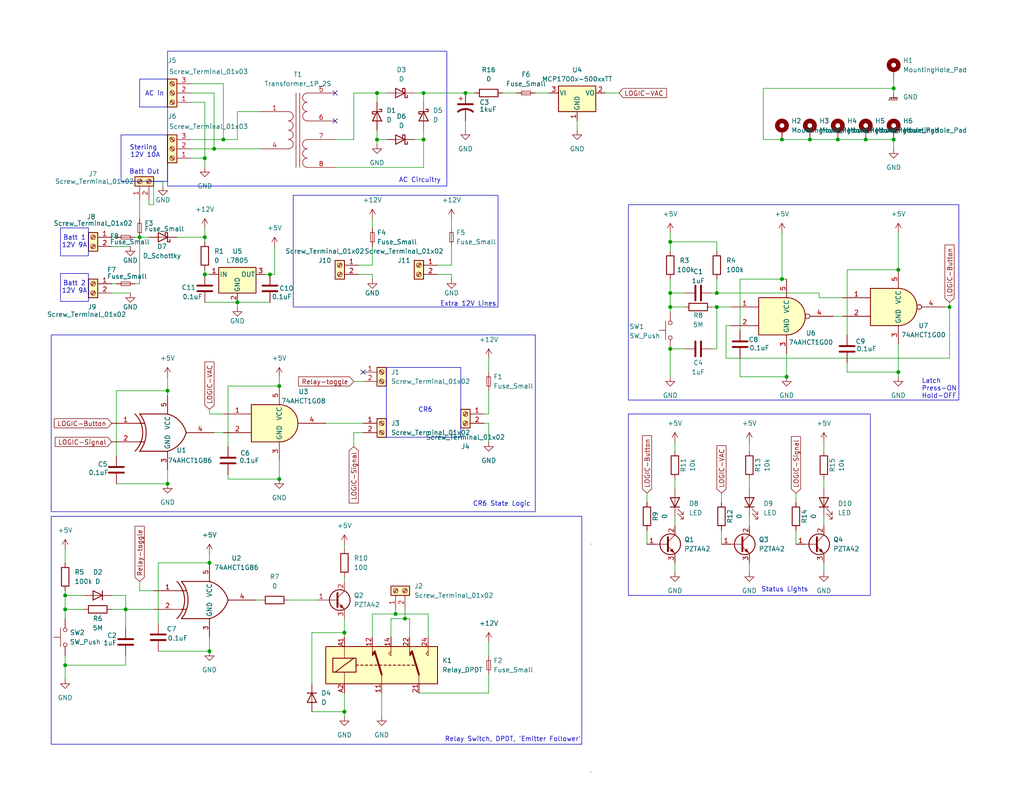
<source format=kicad_sch>
(kicad_sch (version 20250114) (generator "eeschema") (generator_version "9.0")
  (paper "USLetter")
  (title_block (title "EM27 Box Power Distribution Circuit") (date "2025-05-30") (rev "0.5") (company "Jet Flener (Revision of Design by Wesley T. Honeycutt)"))
  (rectangle (start 16.51 62.23) (end 24.13 69.85))
  (rectangle (start 13.97 91.44) (end 146.05 139.7))
  (rectangle (start 13.97 140.97) (end 158.75 203.2))
  (rectangle (start 33.02 36.83) (end 45.72 49.53))
  (rectangle (start 45.72 13.97) (end 121.92 50.8))
  (rectangle (start 161.2646 148.5646) (end 161.29 148.59))
  (rectangle (start 80.01 53.34) (end 135.89 83.82))
  (rectangle (start 38.1 21.59) (end 45.72 29.21))
  (rectangle (start 105.41 100.33) (end 125.73 119.38))
  (rectangle (start 161.2646 210.7946) (end 161.29 210.82))
  (rectangle (start 16.51 74.676) (end 24.13 82.296))
  (rectangle (start 171.45 113.03) (end 237.49 162.56))
  (rectangle (start 171.45 55.88) (end 261.62 109.22))
  (text "Sterling \n12V 10A" (at 39.624 41.402 0) (effects (font (size 1.27 1.27))))
  (text "Status Lights" (at 214.122 161.036 0) (effects (font (size 1.27 1.27))))
  (text "Batt 2\n12V 9A" (at 20.32 78.486 0) (effects (font (size 1.27 1.27))))
  (text "Extra 12V Lines" (at 127.762 83.058 0) (effects (font (size 1.27 1.27))))
  (text "CR6" (at 116.078 112.014 0) (effects (font (size 1.27 1.27))))
  (text "AC Circuitry" (at 114.554 49.276 0) (effects (font (size 1.27 1.27))))
  (text "Batt 1\n12V 9A" (at 20.32 66.04 0) (effects (font (size 1.27 1.27))))
  (text "Batt Out" (at 39.37 46.99 0) (effects (font (size 1.27 1.27))))
  (text "CR6 State Logic" (at 136.906 137.668 0) (effects (font (size 1.27 1.27))))
  (text "Latch\nPress-ON\nHold-OFF" (at 251.46 106.172 0) (effects (font (size 1.27 1.27)) (justify left)))
  (text "AC in\n" (at 42.164 25.654 0) (effects (font (size 1.27 1.27))))
  (text "Relay Switch, DPDT, 'Emitter Follower'" (at 139.954 201.93 0) (effects (font (size 1.27 1.27))))
  (junction (at 182.88 83.82))
  (junction (at 220.98 38.1))
  (junction (at 214.63 102.87))
  (junction (at 195.58 83.82))
  (junction (at 259.08 83.82))
  (junction (at 34.29 166.37))
  (junction (at 38.1 64.77))
  (junction (at 57.15 177.8))
  (junction (at 115.57 25.4))
  (junction (at 45.72 106.68))
  (junction (at 245.11 101.6))
  (junction (at 64.77 82.55))
  (junction (at 102.87 38.1))
  (junction (at 93.98 172.72))
  (junction (at 228.6 38.1))
  (junction (at 110.49 168.91))
  (junction (at 107.95 167.64))
  (junction (at 17.78 181.61))
  (junction (at 45.72 132.08))
  (junction (at 58.42 40.64))
  (junction (at 17.78 162.56))
  (junction (at 115.57 38.1))
  (junction (at 55.88 74.93))
  (junction (at 55.88 43.18))
  (junction (at 243.84 38.1))
  (junction (at 102.87 25.4))
  (junction (at 182.88 95.25))
  (junction (at 60.96 38.1))
  (junction (at 57.15 153.67))
  (junction (at 76.2 130.81))
  (junction (at 195.58 80.01))
  (junction (at 236.22 38.1))
  (junction (at 245.11 73.66))
  (junction (at 213.36 38.1))
  (junction (at 243.84 24.13))
  (junction (at 17.78 166.37))
  (junction (at 213.36 76.2))
  (junction (at 182.88 66.04))
  (junction (at 73.66 74.93))
  (junction (at 93.98 194.31))
  (junction (at 76.2 105.41))
  (junction (at 182.88 80.01))
  (junction (at 127 25.4))
  (junction (at 55.88 64.77))
  (no_connect (at 91.44 25.4))
  (no_connect (at 99.06 101.6))
  (no_connect (at 91.44 33.02))
  (wire (pts (xy 201.93 97.79) (xy 201.93 102.87)))
  (wire (pts (xy 17.78 181.61) (xy 34.29 181.61)))
  (wire (pts (xy 119.38 72.39) (xy 123.19 72.39)))
  (wire (pts (xy 196.85 134.62) (xy 196.85 137.16)))
  (wire (pts (xy 133.35 97.79) (xy 133.35 101.6)))
  (wire (pts (xy 17.78 179.07) (xy 17.78 181.61)))
  (wire (pts (xy 123.19 59.69) (xy 123.19 62.23)))
  (wire (pts (xy 97.79 74.93) (xy 101.6 74.93)))
  (wire (pts (xy 55.88 82.55) (xy 64.77 82.55)))
  (wire (pts (xy 214.63 96.52) (xy 214.63 102.87)))
  (wire (pts (xy 38.1 161.29) (xy 41.91 161.29)))
  (wire (pts (xy 195.58 66.04) (xy 195.58 68.58)))
  (wire (pts (xy 127 25.4) (xy 129.54 25.4)))
  (wire (pts (xy 58.42 25.4) (xy 58.42 40.64)))
  (wire (pts (xy 198.12 97.79) (xy 259.08 97.79)))
  (wire (pts (xy 55.88 43.18) (xy 55.88 45.72)))
  (wire (pts (xy 34.29 166.37) (xy 34.29 171.45)))
  (wire (pts (xy 195.58 80.01) (xy 194.31 80.01)))
  (wire (pts (xy 43.18 177.8) (xy 57.15 177.8)))
  (wire (pts (xy 73.66 74.93) (xy 74.93 74.93)))
  (wire (pts (xy 45.72 102.87) (xy 45.72 106.68)))
  (wire (pts (xy 52.07 40.64) (xy 58.42 40.64)))
  (wire (pts (xy 99.06 118.11) (xy 96.52 118.11)))
  (wire (pts (xy 30.48 166.37) (xy 34.29 166.37)))
  (wire (pts (xy 57.15 173.99) (xy 57.15 177.8)))
  (wire (pts (xy 85.09 186.69) (xy 85.09 172.72)))
  (wire (pts (xy 30.48 67.31) (xy 35.56 67.31)))
  (wire (pts (xy 60.96 22.86) (xy 60.96 38.1)))
  (wire (pts (xy 133.35 175.26) (xy 133.35 179.07)))
  (wire (pts (xy 38.1 64.77) (xy 40.64 64.77)))
  (wire (pts (xy 52.07 43.18) (xy 55.88 43.18)))
  (wire (pts (xy 38.1 54.61) (xy 38.1 59.69)))
  (wire (pts (xy 64.77 30.48) (xy 71.12 30.48)))
  (wire (pts (xy 31.75 106.68) (xy 31.75 124.46)))
  (wire (pts (xy 223.52 81.28) (xy 229.87 81.28)))
  (wire (pts (xy 55.88 74.93) (xy 57.15 74.93)))
  (wire (pts (xy 184.15 130.81) (xy 184.15 133.35)))
  (wire (pts (xy 132.08 113.03) (xy 133.35 113.03)))
  (wire (pts (xy 115.57 25.4) (xy 127 25.4)))
  (wire (pts (xy 96.52 38.1) (xy 96.52 25.4)))
  (wire (pts (xy 34.29 179.07) (xy 34.29 181.61)))
  (wire (pts (xy 115.57 45.72) (xy 115.57 38.1)))
  (wire (pts (xy 213.36 63.5) (xy 213.36 76.2)))
  (wire (pts (xy 38.1 158.75) (xy 38.1 161.29)))
  (wire (pts (xy 110.49 166.37) (xy 110.49 168.91)))
  (wire (pts (xy 146.05 25.4) (xy 149.86 25.4)))
  (wire (pts (xy 224.79 140.97) (xy 224.79 143.51)))
  (wire (pts (xy 127 33.02) (xy 127 35.56)))
  (wire (pts (xy 34.29 162.56) (xy 34.29 166.37)))
  (wire (pts (xy 243.84 38.1) (xy 243.84 40.64)))
  (wire (pts (xy 176.53 144.78) (xy 176.53 148.59)))
  (wire (pts (xy 93.98 157.48) (xy 93.98 158.75)))
  (wire (pts (xy 76.2 130.81) (xy 76.2 125.73)))
  (wire (pts (xy 78.74 163.83) (xy 86.36 163.83)))
  (wire (pts (xy 224.79 153.67) (xy 224.79 156.21)))
  (wire (pts (xy 204.47 133.35) (xy 204.47 130.81)))
  (wire (pts (xy 43.18 153.67) (xy 43.18 170.18)))
  (wire (pts (xy 93.98 172.72) (xy 93.98 173.99)))
  (wire (pts (xy 115.57 38.1) (xy 115.57 35.56)))
  (wire (pts (xy 62.23 130.81) (xy 62.23 129.54)))
  (wire (pts (xy 182.88 80.01) (xy 186.69 80.01)))
  (wire (pts (xy 227.33 86.36) (xy 229.87 86.36)))
  (wire (pts (xy 58.42 40.64) (xy 71.12 40.64)))
  (wire (pts (xy 69.85 163.83) (xy 71.12 163.83)))
  (wire (pts (xy 62.23 130.81) (xy 76.2 130.81)))
  (wire (pts (xy 182.88 63.5) (xy 182.88 66.04)))
  (wire (pts (xy 231.14 101.6) (xy 231.14 99.06)))
  (wire (pts (xy 101.6 74.93) (xy 101.6 76.2)))
  (wire (pts (xy 107.95 167.64) (xy 107.95 166.37)))
  (wire (pts (xy 184.15 140.97) (xy 184.15 143.51)))
  (wire (pts (xy 101.6 59.69) (xy 101.6 62.23)))
  (wire (pts (xy 259.08 83.82) (xy 259.08 97.79)))
  (wire (pts (xy 74.93 67.31) (xy 74.93 74.93)))
  (wire (pts (xy 17.78 149.86) (xy 17.78 153.67)))
  (wire (pts (xy 115.57 25.4) (xy 115.57 27.94)))
  (wire (pts (xy 93.98 168.91) (xy 93.98 172.72)))
  (wire (pts (xy 198.12 88.9) (xy 198.12 97.79)))
  (wire (pts (xy 214.63 76.2) (xy 213.36 76.2)))
  (wire (pts (xy 182.88 76.2) (xy 182.88 80.01)))
  (wire (pts (xy 96.52 25.4) (xy 102.87 25.4)))
  (wire (pts (xy 17.78 161.29) (xy 17.78 162.56)))
  (wire (pts (xy 17.78 162.56) (xy 17.78 166.37)))
  (wire (pts (xy 132.08 115.57) (xy 133.35 115.57)))
  (wire (pts (xy 48.26 64.77) (xy 55.88 64.77)))
  (wire (pts (xy 123.19 74.93) (xy 123.19 76.2)))
  (wire (pts (xy 231.14 73.66) (xy 245.11 73.66)))
  (wire (pts (xy 133.35 113.03) (xy 133.35 106.68)))
  (wire (pts (xy 182.88 85.09) (xy 182.88 83.82)))
  (wire (pts (xy 85.09 194.31) (xy 93.98 194.31)))
  (wire (pts (xy 217.17 134.62) (xy 217.17 137.16)))
  (wire (pts (xy 195.58 83.82) (xy 199.39 83.82)))
  (wire (pts (xy 55.88 64.77) (xy 55.88 66.04)))
  (wire (pts (xy 97.79 72.39) (xy 101.6 72.39)))
  (wire (pts (xy 31.75 64.77) (xy 30.48 64.77)))
  (wire (pts (xy 101.6 167.64) (xy 107.95 167.64)))
  (wire (pts (xy 93.98 189.23) (xy 93.98 194.31)))
  (wire (pts (xy 76.2 105.41) (xy 62.23 105.41)))
  (wire (pts (xy 30.48 77.47) (xy 31.75 77.47)))
  (wire (pts (xy 96.52 104.14) (xy 99.06 104.14)))
  (wire (pts (xy 220.98 38.1) (xy 228.6 38.1)))
  (wire (pts (xy 182.88 80.01) (xy 182.88 83.82)))
  (wire (pts (xy 201.93 76.2) (xy 213.36 76.2)))
  (wire (pts (xy 133.35 184.15) (xy 133.35 189.23)))
  (wire (pts (xy 104.14 189.23) (xy 104.14 195.58)))
  (wire (pts (xy 113.03 38.1) (xy 115.57 38.1)))
  (wire (pts (xy 208.28 38.1) (xy 213.36 38.1)))
  (wire (pts (xy 102.87 25.4) (xy 105.41 25.4)))
  (wire (pts (xy 85.09 172.72) (xy 93.98 172.72)))
  (wire (pts (xy 119.38 74.93) (xy 123.19 74.93)))
  (wire (pts (xy 60.96 113.03) (xy 57.15 113.03)))
  (wire (pts (xy 36.83 64.77) (xy 38.1 64.77)))
  (wire (pts (xy 55.88 27.94) (xy 55.88 43.18)))
  (wire (pts (xy 17.78 166.37) (xy 22.86 166.37)))
  (wire (pts (xy 204.47 120.65) (xy 204.47 123.19)))
  (wire (pts (xy 52.07 27.94) (xy 55.88 27.94)))
  (wire (pts (xy 101.6 173.99) (xy 101.6 167.64)))
  (wire (pts (xy 60.96 38.1) (xy 64.77 38.1)))
  (wire (pts (xy 34.29 166.37) (xy 41.91 166.37)))
  (wire (pts (xy 91.44 38.1) (xy 96.52 38.1)))
  (wire (pts (xy 64.77 82.55) (xy 64.77 83.82)))
  (wire (pts (xy 195.58 80.01) (xy 223.52 80.01)))
  (wire (pts (xy 224.79 130.81) (xy 224.79 133.35)))
  (wire (pts (xy 41.91 49.53) (xy 44.45 49.53)))
  (wire (pts (xy 64.77 38.1) (xy 64.77 30.48)))
  (wire (pts (xy 93.98 194.31) (xy 93.98 195.58)))
  (wire (pts (xy 196.85 144.78) (xy 196.85 148.59)))
  (wire (pts (xy 101.6 72.39) (xy 101.6 67.31)))
  (wire (pts (xy 204.47 153.67) (xy 204.47 156.21)))
  (wire (pts (xy 72.39 74.93) (xy 73.66 74.93)))
  (wire (pts (xy 93.98 148.59) (xy 93.98 149.86)))
  (wire (pts (xy 30.48 80.01) (xy 35.56 80.01)))
  (wire (pts (xy 111.76 173.99) (xy 111.76 168.91)))
  (wire (pts (xy 116.84 173.99) (xy 116.84 167.64)))
  (wire (pts (xy 41.91 55.88) (xy 41.91 49.53)))
  (wire (pts (xy 44.45 49.53) (xy 44.45 50.8)))
  (wire (pts (xy 157.48 33.02) (xy 157.48 35.56)))
  (wire (pts (xy 182.88 95.25) (xy 186.69 95.25)))
  (wire (pts (xy 184.15 153.67) (xy 184.15 156.21)))
  (wire (pts (xy 45.72 106.68) (xy 31.75 106.68)))
  (wire (pts (xy 17.78 181.61) (xy 17.78 185.42)))
  (wire (pts (xy 76.2 102.87) (xy 76.2 105.41)))
  (wire (pts (xy 201.93 90.17) (xy 201.93 76.2)))
  (wire (pts (xy 58.42 118.11) (xy 60.96 118.11)))
  (wire (pts (xy 40.64 55.88) (xy 41.91 55.88)))
  (wire (pts (xy 106.68 173.99) (xy 106.68 168.91)))
  (wire (pts (xy 62.23 105.41) (xy 62.23 121.92)))
  (wire (pts (xy 245.11 101.6) (xy 245.11 102.87)))
  (wire (pts (xy 110.49 168.91) (xy 111.76 168.91)))
  (wire (pts (xy 31.75 132.08) (xy 45.72 132.08)))
  (wire (pts (xy 213.36 38.1) (xy 220.98 38.1)))
  (wire (pts (xy 123.19 72.39) (xy 123.19 67.31)))
  (wire (pts (xy 36.83 77.47) (xy 38.1 77.47)))
  (wire (pts (xy 257.81 83.82) (xy 259.08 83.82)))
  (wire (pts (xy 45.72 132.08) (xy 45.72 128.27)))
  (wire (pts (xy 113.03 25.4) (xy 115.57 25.4)))
  (wire (pts (xy 17.78 162.56) (xy 22.86 162.56)))
  (wire (pts (xy 231.14 101.6) (xy 245.11 101.6)))
  (wire (pts (xy 208.28 24.13) (xy 208.28 38.1)))
  (wire (pts (xy 182.88 66.04) (xy 195.58 66.04)))
  (wire (pts (xy 137.16 25.4) (xy 140.97 25.4)))
  (wire (pts (xy 55.88 73.66) (xy 55.88 74.93)))
  (wire (pts (xy 182.88 66.04) (xy 182.88 68.58)))
  (wire (pts (xy 17.78 166.37) (xy 17.78 168.91)))
  (wire (pts (xy 57.15 151.13) (xy 57.15 153.67)))
  (wire (pts (xy 194.31 83.82) (xy 195.58 83.82)))
  (wire (pts (xy 259.08 82.55) (xy 259.08 83.82)))
  (wire (pts (xy 195.58 83.82) (xy 195.58 95.25)))
  (wire (pts (xy 133.35 115.57) (xy 133.35 120.65)))
  (wire (pts (xy 201.93 102.87) (xy 214.63 102.87)))
  (wire (pts (xy 176.53 134.62) (xy 176.53 137.16)))
  (wire (pts (xy 64.77 82.55) (xy 73.66 82.55)))
  (wire (pts (xy 57.15 153.67) (xy 43.18 153.67)))
  (wire (pts (xy 52.07 25.4) (xy 58.42 25.4)))
  (wire (pts (xy 102.87 35.56) (xy 102.87 38.1)))
  (wire (pts (xy 102.87 27.94) (xy 102.87 25.4)))
  (wire (pts (xy 165.1 25.4) (xy 168.91 25.4)))
  (wire (pts (xy 195.58 95.25) (xy 194.31 95.25)))
  (wire (pts (xy 102.87 38.1) (xy 105.41 38.1)))
  (wire (pts (xy 223.52 80.01) (xy 223.52 81.28)))
  (wire (pts (xy 195.58 76.2) (xy 195.58 80.01)))
  (wire (pts (xy 52.07 22.86) (xy 60.96 22.86)))
  (wire (pts (xy 106.68 168.91) (xy 110.49 168.91)))
  (wire (pts (xy 182.88 95.25) (xy 182.88 102.87)))
  (wire (pts (xy 55.88 62.23) (xy 55.88 64.77)))
  (wire (pts (xy 88.9 115.57) (xy 99.06 115.57)))
  (wire (pts (xy 52.07 38.1) (xy 60.96 38.1)))
  (wire (pts (xy 30.48 162.56) (xy 34.29 162.56)))
  (wire (pts (xy 182.88 83.82) (xy 186.69 83.82)))
  (wire (pts (xy 40.64 55.88) (xy 40.64 54.61)))
  (wire (pts (xy 236.22 38.1) (xy 243.84 38.1)))
  (wire (pts (xy 217.17 144.78) (xy 217.17 148.59)))
  (wire (pts (xy 38.1 64.77) (xy 38.1 77.47)))
  (wire (pts (xy 107.95 167.64) (xy 116.84 167.64)))
  (wire (pts (xy 228.6 38.1) (xy 236.22 38.1)))
  (wire (pts (xy 243.84 21.59) (xy 243.84 24.13)))
  (wire (pts (xy 243.84 24.13) (xy 243.84 25.4)))
  (wire (pts (xy 91.44 45.72) (xy 115.57 45.72)))
  (wire (pts (xy 208.28 24.13) (xy 243.84 24.13)))
  (wire (pts (xy 133.35 189.23) (xy 114.3 189.23)))
  (wire (pts (xy 231.14 91.44) (xy 231.14 73.66)))
  (wire (pts (xy 245.11 63.5) (xy 245.11 73.66)))
  (wire (pts (xy 198.12 88.9) (xy 199.39 88.9)))
  (wire (pts (xy 224.79 120.65) (xy 224.79 123.19)))
  (wire (pts (xy 45.72 106.68) (xy 45.72 107.95)))
  (wire (pts (xy 204.47 140.97) (xy 204.47 143.51)))
  (wire (pts (xy 184.15 120.65) (xy 184.15 123.19)))
  (wire (pts (xy 102.87 38.1) (xy 102.87 39.37)))
  (wire (pts (xy 57.15 111.76) (xy 57.15 113.03)))
  (wire (pts (xy 245.11 93.98) (xy 245.11 101.6)))
  (wire (pts (xy 96.52 118.11) (xy 96.52 121.92)))
  (global_label "LOGIC-Button" (shape input) (at 176.53 134.62 90) (property "Intersheetrefs" "${INTERSHEET_REFS}" (effects (hide yes))))
  (global_label "LOGIC-Signal" (shape input) (at 96.52 121.92 270) (property "Intersheetrefs" "${INTERSHEET_REFS}" (effects (hide yes))))
  (global_label "Relay-toggle" (shape input) (at 38.1 158.75 90) (property "Intersheetrefs" "${INTERSHEET_REFS}" (effects (hide yes))))
  (global_label "LOGIC-VAC" (shape input) (at 168.91 25.4 0) (property "Intersheetrefs" "${INTERSHEET_REFS}" (effects (hide yes))))
  (global_label "LOGIC-Signal" (shape input) (at 217.17 134.62 90) (property "Intersheetrefs" "${INTERSHEET_REFS}" (effects (hide yes))))
  (global_label "LOGIC-VAC" (shape input) (at 196.85 134.62 90) (property "Intersheetrefs" "${INTERSHEET_REFS}" (effects (hide yes))))
  (global_label "LOGIC-VAC" (shape input) (at 57.15 111.76 90) (property "Intersheetrefs" "${INTERSHEET_REFS}" (effects (hide yes))))
  (global_label "Relay-toggle" (shape input) (at 96.52 104.14 180) (property "Intersheetrefs" "${INTERSHEET_REFS}" (effects (hide yes))))
  (global_label "LOGIC-Signal" (shape input) (at 30.48 120.65 180) (property "Intersheetrefs" "${INTERSHEET_REFS}" (effects (hide yes))))
  (global_label "LOGIC-Button" (shape input) (at 30.48 115.57 180) (property "Intersheetrefs" "${INTERSHEET_REFS}" (effects (hide yes))))
  (global_label "LOGIC-Button" (shape input) (at 259.08 82.55 90) (property "Intersheetrefs" "${INTERSHEET_REFS}" (effects (hide yes))))
  (symbol (lib_id "Device:LED") (at 184.15 137.16 90) (unit 1)
    (property "Reference" "D8" (at 187.96 137.4774 90) (effects (justify right)))
    (property "Value" "LED" (at 187.96 140.0174 90) (effects (justify right)))
    (property "Footprint" "LED_THT:LED_D5.0mm" (effects (hide yes)))
    (property "Description" "Light emitting diode" (effects (hide yes)))
    (property "Sim.Pins" "1=K 2=A" (effects (hide yes)))
  )
  (symbol (lib_id "power:+5V") (at 17.78 149.86 0) (unit 1)
    (property "Reference" "#PWR010" (effects (hide yes)))
    (property "Value" "+5V" (at 17.78 144.78 0))
    (property "Description" "Power symbol creates a global label with name \"+5V\"" (effects (hide yes)))
  )
  (symbol (lib_id "power:GND") (at 45.72 132.08 0) (unit 1)
    (property "Reference" "#PWR03" (effects (hide yes)))
    (property "Value" "GND" (at 45.72 137.16 0))
    (property "Description" "Power symbol creates a global label with name \"GND\" , ground" (effects (hide yes)))
  )
  (symbol (lib_id "power:+5V") (at 182.88 63.5 0) (unit 1)
    (property "Reference" "#PWR033" (effects (hide yes)))
    (property "Value" "+5V" (at 182.88 58.42 0))
    (property "Description" "Power symbol creates a global label with name \"+5V\"" (effects (hide yes)))
  )
  (symbol (lib_id "Device:C") (at 62.23 125.73 0) (unit 1)
    (property "Reference" "C6" (at 65.532 123.698 0) (effects (justify left)))
    (property "Value" "0.1uF" (at 65.278 125.73 0) (effects (justify left)))
    (property "Footprint" "Capacitor_SMD:C_0805_2012Metric_Pad1.18x1.45mm_HandSolder" (effects (hide yes)))
    (property "Description" "Unpolarized capacitor" (effects (hide yes)))
  )
  (symbol (lib_id "Device:R") (at 184.15 127 0) (unit 1)
    (property "Reference" "R11" (at 186.436 127 90))
    (property "Value" "10k" (at 188.976 127 90))
    (property "Footprint" "Resistor_SMD:R_0805_2012Metric_Pad1.20x1.40mm_HandSolder" (effects (hide yes)))
    (property "Description" "Resistor" (effects (hide yes)))
  )
  (symbol (lib_id "Device:Fuse_Small") (at 133.35 104.14 90) (unit 1)
    (property "Reference" "F1" (at 134.62 102.8699 90) (effects (justify right)))
    (property "Value" "Fuse_Small" (at 134.62 105.4099 90) (effects (justify right)))
    (property "Footprint" "EM27Footprints:FUSE_5x20" (effects (hide yes)))
    (property "Description" "Fuse, small symbol" (effects (hide yes)))
  )
  (symbol (lib_id "power:+12V") (at 133.35 97.79 0) (unit 1)
    (property "Reference" "#PWR07" (effects (hide yes)))
    (property "Value" "+12V" (at 133.35 92.71 0))
    (property "Description" "Power symbol creates a global label with name \"+12V\"" (effects (hide yes)))
  )
  (symbol (lib_id "Regulator_Linear:MCP1700x-500xxTT") (at 157.48 25.4 0) (unit 1)
    (property "Reference" "U4" (at 157.48 19.05 0))
    (property "Value" "MCP1700x-500xxTT" (at 157.48 21.59 0))
    (property "Footprint" "Package_TO_SOT_SMD:SOT-23" (effects (hide yes)))
    (property "Datasheet" "http://ww1.microchip.com/downloads/en/DeviceDoc/20001826D.pdf" (effects (hide yes)))
    (property "Description" "250mA Low Quiscent Current LDO, 5.0V output, SOT-23" (effects (hide yes)))
  )
  (symbol (lib_id "74xGxx:74AHCT1G08") (at 76.2 115.57 0) (unit 1)
    (property "Reference" "U3" (at 82.804 106.934 0))
    (property "Value" "74AHCT1G08" (at 82.804 109.474 0))
    (property "Footprint" "Package_TO_SOT_SMD:SOT-23-5_HandSoldering" (effects (hide yes)))
    (property "Datasheet" "http://www.ti.com/lit/sg/scyt129e/scyt129e.pdf" (effects (hide yes)))
    (property "Description" "Single AND Gate, Low-Voltage CMOS" (effects (hide yes)))
  )
  (symbol (lib_id "Device:C") (at 201.93 93.98 0) (unit 1)
    (property "Reference" "C8" (at 204.216 92.71 0) (effects (justify left)))
    (property "Value" "0.1uF" (at 204.47 94.996 0) (effects (justify left)))
    (property "Footprint" "Capacitor_SMD:C_0805_2012Metric_Pad1.18x1.45mm_HandSolder" (effects (hide yes)))
    (property "Description" "Unpolarized capacitor" (effects (hide yes)))
  )
  (symbol (lib_id "power:+5V") (at 74.93 67.31 0) (unit 1)
    (property "Reference" "#PWR022" (effects (hide yes)))
    (property "Value" "+5V" (at 74.93 62.23 0))
    (property "Description" "Power symbol creates a global label with name \"+5V\"" (effects (hide yes)))
  )
  (symbol (lib_id "Connector:Screw_Terminal_01x02") (at 25.4 64.77 0) (mirror y) (unit 1)
    (property "Reference" "J8" (at 24.892 59.182 0))
    (property "Value" "Screw_Terminal_01x02" (at 25.4 60.96 0))
    (property "Footprint" "EM27Footprints:KobiConn_5.08mm-2pos-35deg_screwterminal" (effects (hide yes)))
    (property "Description" "Generic screw terminal, single row, 01x02, script generated (kicad-library-utils/schlib/autogen/connector/)" (effects (hide yes)))
  )
  (symbol (lib_id "power:GND") (at 76.2 130.81 0) (unit 1)
    (property "Reference" "#PWR04" (effects (hide yes)))
    (property "Value" "GND" (at 76.2 135.89 0))
    (property "Description" "Power symbol creates a global label with name \"GND\" , ground" (effects (hide yes)))
  )
  (symbol (lib_id "power:+5V") (at 45.72 102.87 0) (unit 1)
    (property "Reference" "#PWR01" (effects (hide yes)))
    (property "Value" "+5V" (at 45.72 97.79 0))
    (property "Description" "Power symbol creates a global label with name \"+5V\"" (effects (hide yes)))
  )
  (symbol (lib_id "Mechanical:MountingHole_Pad") (at 228.6 35.56 0) (unit 1) (exclude_from_sim yes) (in_bom no)
    (property "Reference" "H4" (at 231.14 33.0199 0) (effects (justify left)))
    (property "Value" "MountingHole_Pad" (at 231.14 35.5599 0) (effects (justify left)))
    (property "Footprint" "MountingHole:MountingHole_3.2mm_M3_Pad" (effects (hide yes)))
    (property "Description" "Mounting Hole with connection" (effects (hide yes)))
  )
  (symbol (lib_id "Relay:Relay_DPDT") (at 104.14 181.61 0) (unit 1)
    (property "Reference" "K1" (at 120.65 180.3399 0) (effects (justify left)))
    (property "Value" "Relay_DPDT" (at 120.65 182.8799 0) (effects (justify left)))
    (property "Footprint" "EM27Footprints:J114FL2CS85VDC41" (effects (hide yes)))
    (property "Description" "Relay DPDT, monostable, EN50005" (effects (hide yes)))
  )
  (symbol (lib_id "power:GND") (at 57.15 177.8 0) (unit 1)
    (property "Reference" "#PWR013" (effects (hide yes)))
    (property "Value" "GND" (at 57.15 182.88 0))
    (property "Description" "Power symbol creates a global label with name \"GND\" , ground" (effects (hide yes)))
  )
  (symbol (lib_id "Device:R") (at 176.53 140.97 0) (unit 1)
    (property "Reference" "R9" (at 178.816 140.97 90))
    (property "Value" "0" (at 181.356 140.97 90))
    (property "Footprint" "Resistor_SMD:R_0805_2012Metric_Pad1.20x1.40mm_HandSolder" (effects (hide yes)))
    (property "Description" "Resistor" (effects (hide yes)))
  )
  (symbol (lib_id "Device:Fuse_Small") (at 34.29 64.77 180) (unit 1)
    (property "Reference" "F8" (at 29.972 64.516 0) (effects (justify right)))
    (property "Value" "Fuse_Small" (at 29.972 66.04 0) (effects (justify right)))
    (property "Footprint" "EM27Footprints:FUSE_5x20" (effects (hide yes)))
    (property "Description" "Fuse, small symbol" (effects (hide yes)))
  )
  (symbol (lib_id "power:GND") (at 35.56 67.31 0) (unit 1)
    (property "Reference" "#PWR020" (effects (hide yes)))
    (property "Value" "GND" (at 35.56 71.12 0))
    (property "Description" "Power symbol creates a global label with name \"GND\" , ground" (effects (hide yes)))
  )
  (symbol (lib_id "Device:Fuse_Small") (at 133.35 181.61 90) (unit 1)
    (property "Reference" "F2" (at 134.62 180.3399 90) (effects (justify right)))
    (property "Value" "Fuse_Small" (at 134.62 182.8799 90) (effects (justify right)))
    (property "Footprint" "EM27Footprints:FUSE_5x20" (effects (hide yes)))
    (property "Description" "Fuse, small symbol" (effects (hide yes)))
  )
  (symbol (lib_id "Connector:Screw_Terminal_01x02") (at 107.95 161.29 90) (unit 1)
    (property "Reference" "J2" (at 113.03 160.0199 90) (effects (justify right)))
    (property "Value" "Screw_Terminal_01x02" (at 113.03 162.5599 90) (effects (justify right)))
    (property "Footprint" "EM27Footprints:KobiConn_5.08mm-2pos-35deg_screwterminal" (effects (hide yes)))
    (property "Description" "Generic screw terminal, single row, 01x02, script generated (kicad-library-utils/schlib/autogen/connector/)" (effects (hide yes)))
  )
  (symbol (lib_id "Mechanical:MountingHole_Pad") (at 243.84 35.56 0) (unit 1) (exclude_from_sim yes) (in_bom no)
    (property "Reference" "H6" (at 246.38 33.0199 0) (effects (justify left)))
    (property "Value" "MountingHole_Pad" (at 246.38 35.5599 0) (effects (justify left)))
    (property "Footprint" "MountingHole:MountingHole_3.2mm_M3_Pad" (effects (hide yes)))
    (property "Description" "Mounting Hole with connection" (effects (hide yes)))
  )
  (symbol (lib_id "Device:D_Schottky") (at 109.22 38.1 180) (unit 1)
    (property "Reference" "D6" (at 109.5375 31.75 0))
    (property "Value" "D" (at 109.5375 34.29 0))
    (property "Footprint" "Diode_THT:D_DO-41_SOD81_P10.16mm_Horizontal" (effects (hide yes)))
    (property "Description" "Schottky diode" (effects (hide yes)))
    (property "Sim.Device" "D" (effects (hide yes)))
    (property "Sim.Pins" "1=K 2=A" (effects (hide yes)))
  )
  (symbol (lib_id "power:+5V") (at 204.47 120.65 0) (unit 1)
    (property "Reference" "#PWR040" (effects (hide yes)))
    (property "Value" "+5V" (at 204.47 115.57 0))
    (property "Description" "Power symbol creates a global label with name \"+5V\"" (effects (hide yes)))
  )
  (symbol (lib_id "Device:D_Schottky") (at 109.22 25.4 180) (unit 1)
    (property "Reference" "D3" (at 109.5375 19.05 0))
    (property "Value" "D" (at 109.5375 21.59 0))
    (property "Footprint" "Diode_THT:D_DO-41_SOD81_P10.16mm_Horizontal" (effects (hide yes)))
    (property "Description" "Schottky diode" (effects (hide yes)))
    (property "Sim.Device" "D" (effects (hide yes)))
    (property "Sim.Pins" "1=K 2=A" (effects (hide yes)))
  )
  (symbol (lib_id "power:GND") (at 64.77 83.82 0) (unit 1)
    (property "Reference" "#PWR025" (effects (hide yes)))
    (property "Value" "GND" (at 64.77 87.63 0))
    (property "Description" "Power symbol creates a global label with name \"GND\" , ground" (effects (hide yes)))
  )
  (symbol (lib_id "74xGxx:74AHCT1G00") (at 245.11 83.82 0) (unit 1)
    (property "Reference" "U7" (at 251.968 88.9 0))
    (property "Value" "74AHCT1G00" (at 251.968 91.44 0))
    (property "Footprint" "Package_TO_SOT_SMD:SOT-23-5_HandSoldering" (effects (hide yes)))
    (property "Datasheet" "http://www.ti.com/lit/sg/scyt129e/scyt129e.pdf" (effects (hide yes)))
    (property "Description" "Single NAND Gate, Low-Voltage CMOS" (effects (hide yes)))
  )
  (symbol (lib_id "Device:C") (at 190.5 95.25 270) (unit 1)
    (property "Reference" "C4" (at 190.5 99.06 90))
    (property "Value" "1uF" (at 190.5 101.6 90))
    (property "Footprint" "Capacitor_SMD:C_0805_2012Metric_Pad1.18x1.45mm_HandSolder" (effects (hide yes)))
    (property "Description" "Unpolarized capacitor" (effects (hide yes)))
  )
  (symbol (lib_id "power:+5V") (at 184.15 120.65 0) (unit 1)
    (property "Reference" "#PWR041" (effects (hide yes)))
    (property "Value" "+5V" (at 184.15 115.57 0))
    (property "Description" "Power symbol creates a global label with name \"+5V\"" (effects (hide yes)))
  )
  (symbol (lib_id "Switch:SW_Push") (at 182.88 90.17 90) (unit 1)
    (property "Reference" "SW1" (at 171.704 89.154 90) (effects (justify right)))
    (property "Value" "SW_Push" (at 171.704 91.694 90) (effects (justify right)))
    (property "Footprint" "EM27Footprints:KobiConn_5.08mm-2pos-35deg_screwterminal" (effects (hide yes)))
    (property "Description" "Push button switch, generic, two pins" (effects (hide yes)))
  )
  (symbol (lib_id "power:+5V") (at 57.15 151.13 0) (unit 1)
    (property "Reference" "#PWR012" (effects (hide yes)))
    (property "Value" "+5V" (at 57.15 146.05 0))
    (property "Description" "Power symbol creates a global label with name \"+5V\"" (effects (hide yes)))
  )
  (symbol (lib_id "Device:C") (at 190.5 80.01 270) (unit 1)
    (property "Reference" "C1" (at 190.5 74.168 90))
    (property "Value" "1uF" (at 190.5 76.708 90))
    (property "Footprint" "Capacitor_SMD:C_0805_2012Metric_Pad1.18x1.45mm_HandSolder" (effects (hide yes)))
    (property "Description" "Unpolarized capacitor" (effects (hide yes)))
  )
  (symbol (lib_id "Transistor_BJT:PZTA42") (at 91.44 163.83 0) (unit 1)
    (property "Reference" "Q2" (at 96.52 162.5599 0) (effects (justify left)))
    (property "Value" "PZTA42" (at 96.52 165.0999 0) (effects (justify left)))
    (property "Footprint" "Package_TO_SOT_SMD:SOT-223-3_TabPin2" (effects (hide yes)))
    (property "Datasheet" "https://www.onsemi.com/pub/Collateral/PZTA42T1-D.PDF" (effects (hide yes)))
    (property "Description" "0.5A Ic, 300V Vce, NPN High Voltage Transistor, SOT-223" (effects (hide yes)))
  )
  (symbol (lib_id "power:GND") (at 204.47 156.21 0) (unit 1)
    (property "Reference" "#PWR037" (effects (hide yes)))
    (property "Value" "GND" (at 204.47 161.29 0))
    (property "Description" "Power symbol creates a global label with name \"GND\" , ground" (effects (hide yes)))
  )
  (symbol (lib_id "power:+5V") (at 93.98 148.59 0) (unit 1)
    (property "Reference" "#PWR06" (effects (hide yes)))
    (property "Value" "+5V" (at 93.98 143.51 0))
    (property "Description" "Power symbol creates a global label with name \"+5V\"" (effects (hide yes)))
  )
  (symbol (lib_id "Transistor_BJT:PZTA42") (at 222.25 148.59 0) (unit 1)
    (property "Reference" "Q4" (at 227.33 147.3199 0) (effects (justify left)))
    (property "Value" "PZTA42" (at 227.33 149.8599 0) (effects (justify left)))
    (property "Footprint" "Package_TO_SOT_SMD:SOT-223-3_TabPin2" (effects (hide yes)))
    (property "Datasheet" "https://www.onsemi.com/pub/Collateral/PZTA42T1-D.PDF" (effects (hide yes)))
    (property "Description" "0.5A Ic, 300V Vce, NPN High Voltage Transistor, SOT-223" (effects (hide yes)))
  )
  (symbol (lib_id "Device:R") (at 26.67 166.37 90) (unit 1)
    (property "Reference" "R6" (at 26.67 168.91 90))
    (property "Value" "5M" (at 26.67 171.45 90))
    (property "Footprint" "Resistor_SMD:R_0805_2012Metric_Pad1.20x1.40mm_HandSolder" (effects (hide yes)))
    (property "Description" "Resistor" (effects (hide yes)))
  )
  (symbol (lib_id "Device:Fuse_Small") (at 123.19 64.77 90) (unit 1)
    (property "Reference" "F5" (at 124.46 63.4999 90) (effects (justify right)))
    (property "Value" "Fuse_Small" (at 124.46 66.0399 90) (effects (justify right)))
    (property "Footprint" "EM27Footprints:FUSE_5x20" (effects (hide yes)))
    (property "Description" "Fuse, small symbol" (effects (hide yes)))
  )
  (symbol (lib_id "Device:D_Schottky") (at 102.87 31.75 270) (unit 1)
    (property "Reference" "D1" (at 105.41 30.1624 90) (effects (justify left)))
    (property "Value" "D" (at 105.41 32.7024 90) (effects (justify left)))
    (property "Footprint" "Diode_THT:D_DO-41_SOD81_P10.16mm_Horizontal" (effects (hide yes)))
    (property "Description" "Schottky diode" (effects (hide yes)))
    (property "Sim.Device" "D" (effects (hide yes)))
    (property "Sim.Pins" "1=K 2=A" (effects (hide yes)))
  )
  (symbol (lib_id "Device:C") (at 55.88 78.74 0) (unit 1)
    (property "Reference" "C11" (at 49.53 78.486 0) (effects (justify left)))
    (property "Value" "0.1uF" (at 49.784 81.026 0) (effects (justify left)))
    (property "Footprint" "Capacitor_SMD:C_0805_2012Metric_Pad1.18x1.45mm_HandSolder" (effects (hide yes)))
    (property "Description" "Unpolarized capacitor" (effects (hide yes)))
  )
  (symbol (lib_id "Device:Fuse_Small") (at 143.51 25.4 0) (unit 1)
    (property "Reference" "F6" (at 143.51 20.32 0))
    (property "Value" "Fuse_Small" (at 143.51 22.86 0))
    (property "Footprint" "EM27Footprints:FUSE_5x20" (effects (hide yes)))
    (property "Description" "Fuse, small symbol" (effects (hide yes)))
  )
  (symbol (lib_id "power:+12V") (at 55.88 62.23 0) (unit 1)
    (property "Reference" "#PWR023" (effects (hide yes)))
    (property "Value" "+12V" (at 55.88 57.15 0))
    (property "Description" "Power symbol creates a global label with name \"+12V\"" (effects (hide yes)))
  )
  (symbol (lib_id "Device:R") (at 133.35 25.4 90) (unit 1)
    (property "Reference" "R16" (at 133.35 19.05 90))
    (property "Value" "0" (at 133.35 21.59 90))
    (property "Footprint" "Resistor_SMD:R_0805_2012Metric_Pad1.20x1.40mm_HandSolder" (effects (hide yes)))
    (property "Description" "Resistor" (effects (hide yes)))
  )
  (symbol (lib_id "power:GND") (at 35.56 80.01 0) (unit 1)
    (property "Reference" "#PWR021" (effects (hide yes)))
    (property "Value" "GND" (at 35.56 83.82 0))
    (property "Description" "Power symbol creates a global label with name \"GND\" , ground" (effects (hide yes)))
  )
  (symbol (lib_id "power:+5V") (at 76.2 102.87 0) (unit 1)
    (property "Reference" "#PWR02" (effects (hide yes)))
    (property "Value" "+5V" (at 76.2 97.79 0))
    (property "Description" "Power symbol creates a global label with name \"+5V\"" (effects (hide yes)))
  )
  (symbol (lib_id "74xGxx:74AHCT1G00") (at 214.63 86.36 0) (unit 1)
    (property "Reference" "U6" (at 221.234 90.932 0))
    (property "Value" "74AHCT1G00" (at 221.234 93.472 0))
    (property "Footprint" "Package_TO_SOT_SMD:SOT-23-5_HandSoldering" (effects (hide yes)))
    (property "Datasheet" "http://www.ti.com/lit/sg/scyt129e/scyt129e.pdf" (effects (hide yes)))
    (property "Description" "Single NAND Gate, Low-Voltage CMOS" (effects (hide yes)))
  )
  (symbol (lib_id "Device:R") (at 182.88 72.39 0) (unit 1)
    (property "Reference" "R3" (at 185.42 71.1199 0) (effects (justify left)))
    (property "Value" "100k" (at 184.658 73.66 0) (effects (justify left)))
    (property "Footprint" "Resistor_SMD:R_0805_2012Metric_Pad1.20x1.40mm_HandSolder" (effects (hide yes)))
    (property "Description" "Resistor" (effects (hide yes)))
  )
  (symbol (lib_id "Device:R") (at 55.88 69.85 0) (unit 1)
    (property "Reference" "R1" (at 58.42 68.5799 0) (effects (justify left)))
    (property "Value" "0" (at 58.42 71.1199 0) (effects (justify left)))
    (property "Footprint" "Resistor_SMD:R_0805_2012Metric_Pad1.20x1.40mm_HandSolder" (effects (hide yes)))
    (property "Description" "Resistor" (effects (hide yes)))
  )
  (symbol (lib_id "Device:D_Schottky") (at 44.45 64.77 180) (unit 1)
    (property "Reference" "D7" (at 44.196 67.31 0))
    (property "Value" "D_Schottky" (at 44.196 69.85 0))
    (property "Footprint" "Diode_SMD:D_SMB_Handsoldering" (effects (hide yes)))
    (property "Description" "Schottky diode" (effects (hide yes)))
  )
  (symbol (lib_id "Device:C_Polarized_US") (at 127 29.21 0) (unit 1)
    (property "Reference" "C3" (at 130.81 27.94 0) (effects (justify left)))
    (property "Value" "1kuF" (at 130.81 29.8449 0) (effects (justify left)))
    (property "Footprint" "Capacitor_THT:CP_Radial_D13.0mm_P5.00mm" (effects (hide yes)))
    (property "Description" "Polarized capacitor, US symbol" (effects (hide yes)))
  )
  (symbol (lib_id "Device:R") (at 217.17 140.97 0) (unit 1)
    (property "Reference" "R14" (at 219.456 140.97 90))
    (property "Value" "0" (at 221.996 140.97 90))
    (property "Footprint" "Resistor_SMD:R_0805_2012Metric_Pad1.20x1.40mm_HandSolder" (effects (hide yes)))
    (property "Description" "Resistor" (effects (hide yes)))
  )
  (symbol (lib_id "74xGxx:74AHCT1G86") (at 57.15 163.83 0) (unit 1)
    (property "Reference" "U2" (at 64.516 152.4 0))
    (property "Value" "74AHCT1G86" (at 64.516 154.94 0))
    (property "Footprint" "Package_TO_SOT_SMD:SOT-23-5_HandSoldering" (effects (hide yes)))
    (property "Datasheet" "http://www.ti.com/lit/sg/scyt129e/scyt129e.pdf" (effects (hide yes)))
    (property "Description" "Single XOR Gate, Low-Voltage CMOS" (effects (hide yes)))
  )
  (symbol (lib_id "Device:R") (at 93.98 153.67 0) (unit 1)
    (property "Reference" "R10" (at 96.52 152.3999 0) (effects (justify left)))
    (property "Value" "100" (at 96.52 154.9399 0) (effects (justify left)))
    (property "Footprint" "Resistor_SMD:R_0805_2012Metric_Pad1.20x1.40mm_HandSolder" (effects (hide yes)))
    (property "Description" "Resistor" (effects (hide yes)))
  )
  (symbol (lib_id "Device:D_Schottky") (at 115.57 31.75 270) (unit 1)
    (property "Reference" "D5" (at 118.11 30.1624 90) (effects (justify left)))
    (property "Value" "D" (at 118.11 32.7024 90) (effects (justify left)))
    (property "Footprint" "Diode_THT:D_DO-41_SOD81_P10.16mm_Horizontal" (effects (hide yes)))
    (property "Description" "Schottky diode" (effects (hide yes)))
    (property "Sim.Device" "D" (effects (hide yes)))
    (property "Sim.Pins" "1=K 2=A" (effects (hide yes)))
  )
  (symbol (lib_id "Device:D") (at 26.67 162.56 180) (unit 1)
    (property "Reference" "D2" (at 26.67 156.21 0))
    (property "Value" "D" (at 26.67 158.75 0))
    (property "Footprint" "Diode_SMD:D_SMB_Handsoldering" (effects (hide yes)))
    (property "Description" "Diode" (effects (hide yes)))
    (property "Sim.Device" "D" (effects (hide yes)))
    (property "Sim.Pins" "1=K 2=A" (effects (hide yes)))
  )
  (symbol (lib_id "power:GND") (at 133.35 120.65 0) (unit 1)
    (property "Reference" "#PWR05" (effects (hide yes)))
    (property "Value" "GND" (at 133.35 125.73 0))
    (property "Description" "Power symbol creates a global label with name \"GND\" , ground" (effects (hide yes)))
  )
  (symbol (lib_id "Device:LED") (at 224.79 137.16 90) (unit 1)
    (property "Reference" "D10" (at 228.6 137.4774 90) (effects (justify right)))
    (property "Value" "LED" (at 228.6 140.0174 90) (effects (justify right)))
    (property "Footprint" "LED_THT:LED_D5.0mm" (effects (hide yes)))
    (property "Description" "Light emitting diode" (effects (hide yes)))
    (property "Sim.Pins" "1=K 2=A" (effects (hide yes)))
  )
  (symbol (lib_id "Device:C") (at 31.75 128.27 0) (unit 1)
    (property "Reference" "C5" (at 26.67 126.746 0) (effects (justify left)))
    (property "Value" "0.1uF" (at 24.13 129.032 0) (effects (justify left)))
    (property "Footprint" "Capacitor_SMD:C_0805_2012Metric_Pad1.18x1.45mm_HandSolder" (effects (hide yes)))
    (property "Description" "Unpolarized capacitor" (effects (hide yes)))
  )
  (symbol (lib_id "Device:Transformer_1P_2S") (at 81.28 35.56 0) (unit 1)
    (property "Reference" "T1" (at 81.28 20.32 0))
    (property "Value" "Transformer_1P_2S" (at 81.28 22.86 0))
    (property "Footprint" "EM27Footprints:F12-090-C2" (effects (hide yes)))
    (property "Description" "Transformer, single primary, dual secondary" (effects (hide yes)))
  )
  (symbol (lib_id "power:+5V") (at 245.11 63.5 0) (unit 1)
    (property "Reference" "#PWR035" (effects (hide yes)))
    (property "Value" "+5V" (at 245.11 58.42 0))
    (property "Description" "Power symbol creates a global label with name \"+5V\"" (effects (hide yes)))
  )
  (symbol (lib_id "power:GND") (at 157.48 35.56 0) (unit 1)
    (property "Reference" "#PWR016" (effects (hide yes)))
    (property "Value" "GND" (at 157.48 40.64 0))
    (property "Description" "Power symbol creates a global label with name \"GND\" , ground" (effects (hide yes)))
  )
  (symbol (lib_id "Transistor_BJT:PZTA42") (at 181.61 148.59 0) (unit 1)
    (property "Reference" "Q1" (at 186.69 147.3199 0) (effects (justify left)))
    (property "Value" "PZTA42" (at 186.69 149.8599 0) (effects (justify left)))
    (property "Footprint" "Package_TO_SOT_SMD:SOT-223-3_TabPin2" (effects (hide yes)))
    (property "Datasheet" "https://www.onsemi.com/pub/Collateral/PZTA42T1-D.PDF" (effects (hide yes)))
    (property "Description" "0.5A Ic, 300V Vce, NPN High Voltage Transistor, SOT-223" (effects (hide yes)))
  )
  (symbol (lib_id "power:GND") (at 123.19 76.2 0) (unit 1)
    (property "Reference" "#PWR029" (effects (hide yes)))
    (property "Value" "GND" (at 123.19 80.01 0))
    (property "Description" "Power symbol creates a global label with name \"GND\" , ground" (effects (hide yes)))
  )
  (symbol (lib_id "Device:C") (at 231.14 95.25 0) (unit 1)
    (property "Reference" "C9" (at 233.426 93.218 0) (effects (justify left)))
    (property "Value" "0.1uF" (at 233.68 95.25 0) (effects (justify left)))
    (property "Footprint" "Capacitor_SMD:C_0805_2012Metric_Pad1.18x1.45mm_HandSolder" (effects (hide yes)))
    (property "Description" "Unpolarized capacitor" (effects (hide yes)))
  )
  (symbol (lib_id "Connector:Screw_Terminal_01x02") (at 127 113.03 0) (mirror y) (unit 1)
    (property "Reference" "J4" (at 127 121.92 0))
    (property "Value" "Screw_Terminal_01x02" (at 127 119.38 0))
    (property "Footprint" "EM27Footprints:KobiConn_5.08mm-2pos-35deg_screwterminal" (effects (hide yes)))
    (property "Description" "Generic screw terminal, single row, 01x02, script generated (kicad-library-utils/schlib/autogen/connector/)" (effects (hide yes)))
  )
  (symbol (lib_id "Device:R") (at 74.93 163.83 270) (unit 1)
    (property "Reference" "R7" (at 74.93 157.48 90))
    (property "Value" "0" (at 74.93 160.02 90))
    (property "Footprint" "Resistor_SMD:R_0805_2012Metric_Pad1.20x1.40mm_HandSolder" (effects (hide yes)))
    (property "Description" "Resistor" (effects (hide yes)))
  )
  (symbol (lib_id "power:GND") (at 243.84 40.64 0) (unit 1)
    (property "Reference" "#PWR043" (effects (hide yes)))
    (property "Value" "GND" (at 243.84 45.72 0))
    (property "Description" "Power symbol creates a global label with name \"GND\" , ground" (effects (hide yes)))
  )
  (symbol (lib_id "74xGxx:74AHCT1G86") (at 45.72 118.11 0) (unit 1)
    (property "Reference" "U1" (at 49.53 122.936 0))
    (property "Value" "74AHCT1G86" (at 51.816 125.73 0))
    (property "Footprint" "Package_TO_SOT_SMD:SOT-23-5_HandSoldering" (effects (hide yes)))
    (property "Datasheet" "http://www.ti.com/lit/sg/scyt129e/scyt129e.pdf" (effects (hide yes)))
    (property "Description" "Single XOR Gate, Low-Voltage CMOS" (effects (hide yes)))
  )
  (symbol (lib_id "Device:R") (at 195.58 72.39 0) (unit 1)
    (property "Reference" "R4" (at 198.12 71.1199 0) (effects (justify left)))
    (property "Value" "100k" (at 198.12 73.6599 0) (effects (justify left)))
    (property "Footprint" "Resistor_SMD:R_0805_2012Metric_Pad1.20x1.40mm_HandSolder" (effects (hide yes)))
    (property "Description" "Resistor" (effects (hide yes)))
  )
  (symbol (lib_id "Connector:Screw_Terminal_01x02") (at 38.1 49.53 90) (unit 1)
    (property "Reference" "J7" (at 24.13 47.498 90) (effects (justify right)))
    (property "Value" "Screw_Terminal_01x02" (at 14.986 49.53 90) (effects (justify right)))
    (property "Footprint" "EM27Footprints:KobiConn_5.08mm-2pos-35deg_screwterminal" (effects (hide yes)))
    (property "Description" "Generic screw terminal, single row, 01x02, script generated (kicad-library-utils/schlib/autogen/connector/)" (effects (hide yes)))
  )
  (symbol (lib_id "power:GNDPWR") (at 243.84 25.4 0) (unit 1)
    (property "Reference" "#PWR042" (effects (hide yes)))
    (property "Value" "GND" (at 246.38 26.4667 0) (effects (justify left)))
    (property "Description" "Power symbol creates a global label with name \"GNDPWR\" , global ground" (effects (hide yes)))
  )
  (symbol (lib_id "Connector:Screw_Terminal_01x03") (at 46.99 40.64 180) (unit 1)
    (property "Reference" "J6" (at 46.99 31.75 0))
    (property "Value" "Screw_Terminal_01x03" (at 56.896 34.544 0))
    (property "Footprint" "EM27Footprints:Molex_Barrier_Term_Block-8.26mm-3pos" (effects (hide yes)))
    (property "Description" "Generic screw terminal, single row, 01x03, script generated (kicad-library-utils/schlib/autogen/connector/)" (effects (hide yes)))
  )
  (symbol (lib_id "Connector:Screw_Terminal_01x02") (at 114.3 72.39 0) (mirror y) (unit 1)
    (property "Reference" "J11" (at 110.236 71.12 0))
    (property "Value" "Screw_Terminal_01x02" (at 110.236 68.58 0))
    (property "Footprint" "EM27Footprints:KobiConn_5.08mm-2pos-35deg_screwterminal" (effects (hide yes)))
    (property "Description" "Generic screw terminal, single row, 01x02, script generated (kicad-library-utils/schlib/autogen/connector/)" (effects (hide yes)))
  )
  (symbol (lib_id "power:GND") (at 182.88 102.87 0) (unit 1)
    (property "Reference" "#PWR030" (effects (hide yes)))
    (property "Value" "GND" (at 182.88 107.95 0))
    (property "Description" "Power symbol creates a global label with name \"GND\" , ground" (effects (hide yes)))
  )
  (symbol (lib_id "power:GND") (at 104.14 195.58 0) (unit 1)
    (property "Reference" "#PWR017" (effects (hide yes)))
    (property "Value" "GND" (at 104.14 200.66 0))
    (property "Description" "Power symbol creates a global label with name \"GND\" , ground" (effects (hide yes)))
  )
  (symbol (lib_id "Regulator_Linear:L7805") (at 64.77 74.93 0) (unit 1)
    (property "Reference" "U5" (at 64.77 68.58 0))
    (property "Value" "L7805" (at 64.77 71.12 0))
    (property "Footprint" "Package_TO_SOT_SMD:TO-263-3_TabPin2" (effects (hide yes)))
    (property "Datasheet" "http://www.st.com/content/ccc/resource/technical/document/datasheet/41/4f/b3/b0/12/d4/47/88/CD00000444.pdf/files/CD00000444.pdf/jcr:content/translations/en.CD00000444.pdf" (effects (hide yes)))
    (property "Description" "Positive 1.5A 35V Linear Regulator, Fixed Output 5V, TO-220/TO-263/TO-252" (effects (hide yes)))
  )
  (symbol (lib_id "Connector:Screw_Terminal_01x02") (at 104.14 115.57 0) (unit 1)
    (property "Reference" "J3" (at 106.68 115.5699 0) (effects (justify left)))
    (property "Value" "Screw_Terminal_01x02" (at 106.68 118.1099 0) (effects (justify left)))
    (property "Footprint" "EM27Footprints:KobiConn_5.08mm-2pos-35deg_screwterminal" (effects (hide yes)))
    (property "Description" "Generic screw terminal, single row, 01x02, script generated (kicad-library-utils/schlib/autogen/connector/)" (effects (hide yes)))
  )
  (symbol (lib_id "power:+5V") (at 224.79 120.65 0) (unit 1)
    (property "Reference" "#PWR039" (effects (hide yes)))
    (property "Value" "+5V" (at 224.79 115.57 0))
    (property "Description" "Power symbol creates a global label with name \"+5V\"" (effects (hide yes)))
  )
  (symbol (lib_id "power:+12V") (at 123.19 59.69 0) (unit 1)
    (property "Reference" "#PWR027" (effects (hide yes)))
    (property "Value" "+12V" (at 123.19 54.61 0))
    (property "Description" "Power symbol creates a global label with name \"+12V\"" (effects (hide yes)))
  )
  (symbol (lib_id "Switch:SW_Push") (at 17.78 173.99 90) (unit 1)
    (property "Reference" "SW2" (at 19.05 172.7199 90) (effects (justify right)))
    (property "Value" "SW_Push" (at 19.05 175.2599 90) (effects (justify right)))
    (property "Footprint" "EM27Footprints:KobiConn_5.08mm-2pos-35deg_screwterminal" (effects (hide yes)))
    (property "Description" "Push button switch, generic, two pins" (effects (hide yes)))
  )
  (symbol (lib_id "Device:Fuse_Small") (at 101.6 64.77 90) (unit 1)
    (property "Reference" "F4" (at 102.87 63.4999 90) (effects (justify right)))
    (property "Value" "Fuse_Small" (at 102.87 66.0399 90) (effects (justify right)))
    (property "Footprint" "EM27Footprints:FUSE_5x20" (effects (hide yes)))
    (property "Description" "Fuse, small symbol" (effects (hide yes)))
  )
  (symbol (lib_id "Mechanical:MountingHole_Pad") (at 220.98 35.56 0) (unit 1) (exclude_from_sim yes) (in_bom no)
    (property "Reference" "H3" (at 223.52 33.0199 0) (effects (justify left)))
    (property "Value" "MountingHole_Pad" (at 223.52 35.5599 0) (effects (justify left)))
    (property "Footprint" "MountingHole:MountingHole_3.2mm_M3_Pad" (effects (hide yes)))
    (property "Description" "Mounting Hole with connection" (effects (hide yes)))
  )
  (symbol (lib_id "power:GND") (at 17.78 185.42 0) (unit 1)
    (property "Reference" "#PWR011" (effects (hide yes)))
    (property "Value" "GND" (at 17.78 190.5 0))
    (property "Description" "Power symbol creates a global label with name \"GND\" , ground" (effects (hide yes)))
  )
  (symbol (lib_id "power:GND") (at 102.87 39.37 0) (unit 1)
    (property "Reference" "#PWR09" (effects (hide yes)))
    (property "Value" "GND" (at 102.87 44.45 0))
    (property "Description" "Power symbol creates a global label with name \"GND\" , ground" (effects (hide yes)))
  )
  (symbol (lib_id "power:GND") (at 245.11 102.87 0) (unit 1)
    (property "Reference" "#PWR032" (effects (hide yes)))
    (property "Value" "GND" (at 245.11 107.95 0))
    (property "Description" "Power symbol creates a global label with name \"GND\" , ground" (effects (hide yes)))
  )
  (symbol (lib_id "power:GND") (at 93.98 195.58 0) (unit 1)
    (property "Reference" "#PWR015" (effects (hide yes)))
    (property "Value" "GND" (at 93.98 200.66 0))
    (property "Description" "Power symbol creates a global label with name \"GND\" , ground" (effects (hide yes)))
  )
  (symbol (lib_id "power:+12V") (at 133.35 175.26 0) (unit 1)
    (property "Reference" "#PWR018" (effects (hide yes)))
    (property "Value" "+12V" (at 133.35 170.18 0))
    (property "Description" "Power symbol creates a global label with name \"+12V\"" (effects (hide yes)))
  )
  (symbol (lib_id "Device:R") (at 190.5 83.82 270) (unit 1)
    (property "Reference" "R8" (at 190.5 86.106 90))
    (property "Value" "5M" (at 190.5 88.646 90))
    (property "Footprint" "Resistor_SMD:R_0805_2012Metric_Pad1.20x1.40mm_HandSolder" (effects (hide yes)))
    (property "Description" "Resistor" (effects (hide yes)))
  )
  (symbol (lib_id "Device:C") (at 43.18 173.99 0) (unit 1)
    (property "Reference" "C7" (at 45.466 171.704 0) (effects (justify left)))
    (property "Value" "0.1uF" (at 45.72 174.244 0) (effects (justify left)))
    (property "Footprint" "Capacitor_SMD:C_0805_2012Metric_Pad1.18x1.45mm_HandSolder" (effects (hide yes)))
    (property "Description" "Unpolarized capacitor" (effects (hide yes)))
  )
  (symbol (lib_id "Device:C") (at 34.29 175.26 0) (unit 1)
    (property "Reference" "C2" (at 29.21 173.482 0) (effects (justify left)))
    (property "Value" "1uF" (at 28.194 175.514 0) (effects (justify left)))
    (property "Footprint" "Capacitor_SMD:C_0805_2012Metric_Pad1.18x1.45mm_HandSolder" (effects (hide yes)))
    (property "Description" "Unpolarized capacitor" (effects (hide yes)))
  )
  (symbol (lib_id "Transistor_BJT:PZTA42") (at 201.93 148.59 0) (unit 1)
    (property "Reference" "Q3" (at 207.01 147.3199 0) (effects (justify left)))
    (property "Value" "PZTA42" (at 207.01 149.8599 0) (effects (justify left)))
    (property "Footprint" "Package_TO_SOT_SMD:SOT-223-3_TabPin2" (effects (hide yes)))
    (property "Datasheet" "https://www.onsemi.com/pub/Collateral/PZTA42T1-D.PDF" (effects (hide yes)))
    (property "Description" "0.5A Ic, 300V Vce, NPN High Voltage Transistor, SOT-223" (effects (hide yes)))
  )
  (symbol (lib_id "Device:R") (at 196.85 140.97 0) (unit 1)
    (property "Reference" "R12" (at 199.136 140.97 90))
    (property "Value" "0" (at 201.676 140.97 90))
    (property "Footprint" "Resistor_SMD:R_0805_2012Metric_Pad1.20x1.40mm_HandSolder" (effects (hide yes)))
    (property "Description" "Resistor" (effects (hide yes)))
  )
  (symbol (lib_id "Device:R") (at 224.79 127 0) (unit 1)
    (property "Reference" "R15" (at 227.076 127 90))
    (property "Value" "10k" (at 229.616 127 90))
    (property "Footprint" "Resistor_SMD:R_0805_2012Metric_Pad1.20x1.40mm_HandSolder" (effects (hide yes)))
    (property "Description" "Resistor" (effects (hide yes)))
  )
  (symbol (lib_id "Mechanical:MountingHole_Pad") (at 243.84 19.05 0) (unit 1) (exclude_from_sim yes) (in_bom no)
    (property "Reference" "H1" (at 246.38 16.5099 0) (effects (justify left)))
    (property "Value" "MountingHole_Pad" (at 246.38 19.0499 0) (effects (justify left)))
    (property "Footprint" "MountingHole:MountingHole_3.2mm_M3_Pad" (effects (hide yes)))
    (property "Description" "Mounting Hole with connection" (effects (hide yes)))
  )
  (symbol (lib_id "Device:R") (at 204.47 127 0) (unit 1)
    (property "Reference" "R13" (at 206.756 127 90))
    (property "Value" "10k" (at 209.296 127 90))
    (property "Footprint" "Resistor_SMD:R_0805_2012Metric_Pad1.20x1.40mm_HandSolder" (effects (hide yes)))
    (property "Description" "Resistor" (effects (hide yes)))
  )
  (symbol (lib_id "Mechanical:MountingHole_Pad") (at 236.22 35.56 0) (unit 1) (exclude_from_sim yes) (in_bom no)
    (property "Reference" "H5" (at 238.76 33.0199 0) (effects (justify left)))
    (property "Value" "MountingHole_Pad" (at 238.76 35.5599 0) (effects (justify left)))
    (property "Footprint" "MountingHole:MountingHole_3.2mm_M3_Pad" (effects (hide yes)))
    (property "Description" "Mounting Hole with connection" (effects (hide yes)))
  )
  (symbol (lib_id "power:GND") (at 224.79 156.21 0) (unit 1)
    (property "Reference" "#PWR038" (effects (hide yes)))
    (property "Value" "GND" (at 224.79 161.29 0))
    (property "Description" "Power symbol creates a global label with name \"GND\" , ground" (effects (hide yes)))
  )
  (symbol (lib_id "power:GND") (at 127 35.56 0) (unit 1)
    (property "Reference" "#PWR014" (effects (hide yes)))
    (property "Value" "GND" (at 127 40.64 0))
    (property "Description" "Power symbol creates a global label with name \"GND\" , ground" (effects (hide yes)))
  )
  (symbol (lib_id "Device:Fuse_Small") (at 34.29 77.47 180) (unit 1)
    (property "Reference" "F7" (at 29.21 73.66 0) (effects (justify right)))
    (property "Value" "Fuse_Small" (at 29.21 75.438 0) (effects (justify right)))
    (property "Footprint" "EM27Footprints:FUSE_5x20" (effects (hide yes)))
    (property "Description" "Fuse, small symbol" (effects (hide yes)))
  )
  (symbol (lib_id "Device:R") (at 17.78 157.48 0) (unit 1)
    (property "Reference" "R5" (at 20.32 156.2099 0) (effects (justify left)))
    (property "Value" "100k" (at 20.32 158.7499 0) (effects (justify left)))
    (property "Footprint" "Resistor_SMD:R_0805_2012Metric_Pad1.20x1.40mm_HandSolder" (effects (hide yes)))
    (property "Description" "Resistor" (effects (hide yes)))
  )
  (symbol (lib_id "Device:LED") (at 204.47 137.16 90) (unit 1)
    (property "Reference" "D9" (at 208.28 137.4774 90) (effects (justify right)))
    (property "Value" "LED" (at 208.28 140.0174 90) (effects (justify right)))
    (property "Footprint" "LED_THT:LED_D5.0mm" (effects (hide yes)))
    (property "Description" "Light emitting diode" (effects (hide yes)))
    (property "Sim.Pins" "1=K 2=A" (effects (hide yes)))
  )
  (symbol (lib_id "power:+5V") (at 213.36 63.5 0) (unit 1)
    (property "Reference" "#PWR034" (effects (hide yes)))
    (property "Value" "+5V" (at 213.36 58.42 0))
    (property "Description" "Power symbol creates a global label with name \"+5V\"" (effects (hide yes)))
  )
  (symbol (lib_id "Device:D") (at 85.09 190.5 270) (unit 1)
    (property "Reference" "D4" (at 87.63 189.2299 90) (effects (justify left)))
    (property "Value" "D" (at 87.63 191.7699 90) (effects (justify left)))
    (property "Footprint" "Diode_SMD:D_SMB_Handsoldering" (effects (hide yes)))
    (property "Description" "Diode" (effects (hide yes)))
    (property "Sim.Device" "D" (effects (hide yes)))
    (property "Sim.Pins" "1=K 2=A" (effects (hide yes)))
  )
  (symbol (lib_id "Device:Fuse_Small") (at 38.1 62.23 90) (unit 1)
    (property "Reference" "F3" (at 39.37 60.9599 90) (effects (justify right)))
    (property "Value" "Fuse_Small" (at 39.37 62.484 90) (effects (justify right)))
    (property "Footprint" "EM27Footprints:FUSE_5x20" (effects (hide yes)))
    (property "Description" "Fuse, small symbol" (effects (hide yes)))
  )
  (symbol (lib_id "power:GND") (at 214.63 102.87 0) (unit 1)
    (property "Reference" "#PWR031" (effects (hide yes)))
    (property "Value" "GND" (at 214.63 107.95 0))
    (property "Description" "Power symbol creates a global label with name \"GND\" , ground" (effects (hide yes)))
  )
  (symbol (lib_id "power:GND") (at 55.88 45.72 0) (unit 1)
    (property "Reference" "#PWR08" (effects (hide yes)))
    (property "Value" "GND" (at 55.88 50.8 0))
    (property "Description" "Power symbol creates a global label with name \"GND\" , ground" (effects (hide yes)))
  )
  (symbol (lib_id "power:GND") (at 184.15 156.21 0) (unit 1)
    (property "Reference" "#PWR036" (effects (hide yes)))
    (property "Value" "GND" (at 184.15 161.29 0))
    (property "Description" "Power symbol creates a global label with name \"GND\" , ground" (effects (hide yes)))
  )
  (symbol (lib_id "Mechanical:MountingHole_Pad") (at 213.36 35.56 0) (unit 1) (exclude_from_sim yes) (in_bom no)
    (property "Reference" "H2" (at 215.9 33.0199 0) (effects (justify left)))
    (property "Value" "MountingHole_Pad" (at 215.9 35.5599 0) (effects (justify left)))
    (property "Footprint" "MountingHole:MountingHole_3.2mm_M3_Pad" (effects (hide yes)))
    (property "Description" "Mounting Hole with connection" (effects (hide yes)))
  )
  (symbol (lib_id "Device:C") (at 73.66 78.74 0) (unit 1)
    (property "Reference" "C10" (at 76.2 78.74 0) (effects (justify left)))
    (property "Value" "0.1uF" (at 74.168 81.026 0) (effects (justify left)))
    (property "Footprint" "Capacitor_SMD:C_0805_2012Metric_Pad1.18x1.45mm_HandSolder" (effects (hide yes)))
    (property "Description" "Unpolarized capacitor" (effects (hide yes)))
  )
  (symbol (lib_id "power:GND") (at 101.6 76.2 0) (unit 1)
    (property "Reference" "#PWR028" (effects (hide yes)))
    (property "Value" "GND" (at 101.6 80.01 0))
    (property "Description" "Power symbol creates a global label with name \"GND\" , ground" (effects (hide yes)))
  )
  (symbol (lib_id "power:GND") (at 44.45 50.8 0) (unit 1)
    (property "Reference" "#PWR019" (effects (hide yes)))
    (property "Value" "GND" (at 44.45 54.61 0))
    (property "Description" "Power symbol creates a global label with name \"GND\" , ground" (effects (hide yes)))
  )
  (symbol (lib_id "Connector:Screw_Terminal_01x02") (at 92.71 72.39 0) (mirror y) (unit 1)
    (property "Reference" "J10" (at 88.646 71.12 0))
    (property "Value" "Screw_Terminal_01x02" (at 88.646 68.58 0))
    (property "Footprint" "EM27Footprints:KobiConn_5.08mm-2pos-35deg_screwterminal" (effects (hide yes)))
    (property "Description" "Generic screw terminal, single row, 01x02, script generated (kicad-library-utils/schlib/autogen/connector/)" (effects (hide yes)))
  )
  (symbol (lib_id "power:+12V") (at 101.6 59.69 0) (unit 1)
    (property "Reference" "#PWR026" (effects (hide yes)))
    (property "Value" "+12V" (at 101.6 54.61 0))
    (property "Description" "Power symbol creates a global label with name \"+12V\"" (effects (hide yes)))
  )
  (symbol (lib_id "Connector:Screw_Terminal_01x03") (at 46.99 25.4 180) (unit 1)
    (property "Reference" "J5" (at 46.99 16.51 0))
    (property "Value" "Screw_Terminal_01x03" (at 56.896 19.558 0))
    (property "Footprint" "EM27Footprints:Molex_Barrier_Term_Block-8.26mm-3pos" (effects (hide yes)))
    (property "Description" "Generic screw terminal, single row, 01x03, script generated (kicad-library-utils/schlib/autogen/connector/)" (effects (hide yes)))
  )
  (symbol (lib_id "Connector:Screw_Terminal_01x02") (at 25.4 77.47 0) (mirror y) (unit 1)
    (property "Reference" "J9" (at 25.146 83.82 0))
    (property "Value" "Screw_Terminal_01x02" (at 23.622 85.852 0))
    (property "Footprint" "EM27Footprints:KobiConn_5.08mm-2pos-35deg_screwterminal" (effects (hide yes)))
    (property "Description" "Generic screw terminal, single row, 01x02, script generated (kicad-library-utils/schlib/autogen/connector/)" (effects (hide yes)))
  )
  (symbol (lib_id "Connector:Screw_Terminal_01x02") (at 104.14 101.6 0) (unit 1)
    (property "Reference" "J1" (at 106.68 101.5999 0) (effects (justify left)))
    (property "Value" "Screw_Terminal_01x02" (at 106.68 104.1399 0) (effects (justify left)))
    (property "Footprint" "EM27Footprints:KobiConn_5.08mm-2pos-35deg_screwterminal" (effects (hide yes)))
    (property "Description" "Generic screw terminal, single row, 01x02, script generated (kicad-library-utils/schlib/autogen/connector/)" (effects (hide yes)))
  )
)
</source>
